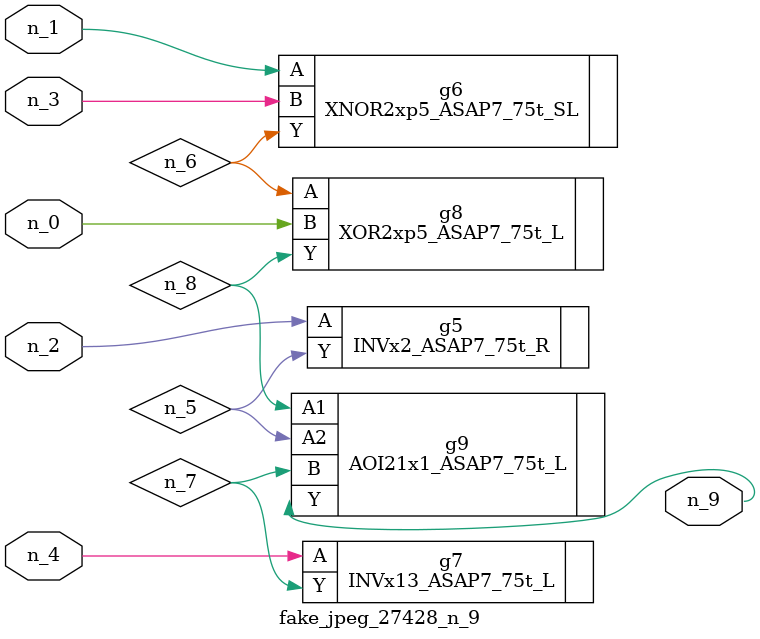
<source format=v>
module fake_jpeg_27428_n_9 (n_3, n_2, n_1, n_0, n_4, n_9);

input n_3;
input n_2;
input n_1;
input n_0;
input n_4;

output n_9;

wire n_8;
wire n_6;
wire n_5;
wire n_7;

INVx2_ASAP7_75t_R g5 ( 
.A(n_2),
.Y(n_5)
);

XNOR2xp5_ASAP7_75t_SL g6 ( 
.A(n_1),
.B(n_3),
.Y(n_6)
);

INVx13_ASAP7_75t_L g7 ( 
.A(n_4),
.Y(n_7)
);

XOR2xp5_ASAP7_75t_L g8 ( 
.A(n_6),
.B(n_0),
.Y(n_8)
);

AOI21x1_ASAP7_75t_L g9 ( 
.A1(n_8),
.A2(n_5),
.B(n_7),
.Y(n_9)
);


endmodule
</source>
